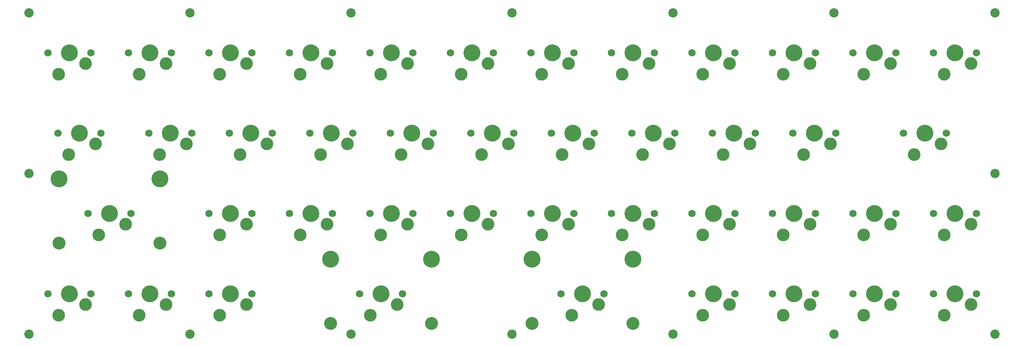
<source format=gbr>
%TF.GenerationSoftware,KiCad,Pcbnew,(5.1.10)-1*%
%TF.CreationDate,2021-09-28T22:37:18-06:00*%
%TF.ProjectId,MX43,4d583433-2e6b-4696-9361-645f70636258,rev?*%
%TF.SameCoordinates,Original*%
%TF.FileFunction,Soldermask,Top*%
%TF.FilePolarity,Negative*%
%FSLAX46Y46*%
G04 Gerber Fmt 4.6, Leading zero omitted, Abs format (unit mm)*
G04 Created by KiCad (PCBNEW (5.1.10)-1) date 2021-09-28 22:37:18*
%MOMM*%
%LPD*%
G01*
G04 APERTURE LIST*
%ADD10C,3.050000*%
%ADD11C,4.000000*%
%ADD12C,3.000000*%
%ADD13C,1.750000*%
%ADD14C,2.200000*%
G04 APERTURE END LIST*
D10*
%TO.C,U39*%
X170434000Y-123840000D03*
D11*
X170434000Y-108600000D03*
X194310000Y-108600000D03*
D10*
X194310000Y-123840000D03*
D12*
X179832000Y-121920000D03*
X186182000Y-119380000D03*
D13*
X177292000Y-116840000D03*
X187452000Y-116840000D03*
D11*
X182372000Y-116840000D03*
%TD*%
D10*
%TO.C,U38*%
X122809000Y-123840000D03*
D11*
X122809000Y-108600000D03*
X146685000Y-108600000D03*
D10*
X146685000Y-123840000D03*
D12*
X132207000Y-121920000D03*
X138557000Y-119380000D03*
D13*
X129667000Y-116840000D03*
X139827000Y-116840000D03*
D11*
X134747000Y-116840000D03*
%TD*%
D10*
%TO.C,U24*%
X58547000Y-104790000D03*
D11*
X58547000Y-89550000D03*
X82423000Y-89550000D03*
D10*
X82423000Y-104790000D03*
D12*
X67945000Y-102870000D03*
X74295000Y-100330000D03*
D13*
X65405000Y-97790000D03*
X75565000Y-97790000D03*
D11*
X70485000Y-97790000D03*
%TD*%
D12*
%TO.C,U18*%
X158496000Y-83820000D03*
X164846000Y-81280000D03*
D13*
X155956000Y-78740000D03*
X166116000Y-78740000D03*
D11*
X161036000Y-78740000D03*
%TD*%
D12*
%TO.C,U13*%
X60833000Y-83820000D03*
X67183000Y-81280000D03*
D13*
X58293000Y-78740000D03*
X68453000Y-78740000D03*
D11*
X63373000Y-78740000D03*
%TD*%
D12*
%TO.C,U20*%
X196596000Y-83820000D03*
X202946000Y-81280000D03*
D13*
X194056000Y-78740000D03*
X204216000Y-78740000D03*
D11*
X199136000Y-78740000D03*
%TD*%
D12*
%TO.C,U21*%
X215646000Y-83820000D03*
X221996000Y-81280000D03*
D13*
X213106000Y-78740000D03*
X223266000Y-78740000D03*
D11*
X218186000Y-78740000D03*
%TD*%
D12*
%TO.C,U34*%
X267970000Y-102870000D03*
X274320000Y-100330000D03*
D13*
X265430000Y-97790000D03*
X275590000Y-97790000D03*
D11*
X270510000Y-97790000D03*
%TD*%
D12*
%TO.C,U43*%
X267970000Y-121920000D03*
X274320000Y-119380000D03*
D13*
X265430000Y-116840000D03*
X275590000Y-116840000D03*
D11*
X270510000Y-116840000D03*
%TD*%
D12*
%TO.C,U40*%
X210820000Y-121920000D03*
X217170000Y-119380000D03*
D13*
X208280000Y-116840000D03*
X218440000Y-116840000D03*
D11*
X213360000Y-116840000D03*
%TD*%
D12*
%TO.C,U35*%
X58420000Y-121920000D03*
X64770000Y-119380000D03*
D13*
X55880000Y-116840000D03*
X66040000Y-116840000D03*
D11*
X60960000Y-116840000D03*
%TD*%
D12*
%TO.C,U42*%
X248920000Y-121920000D03*
X255270000Y-119380000D03*
D13*
X246380000Y-116840000D03*
X256540000Y-116840000D03*
D11*
X251460000Y-116840000D03*
%TD*%
D12*
%TO.C,U23*%
X260858000Y-83820000D03*
X267208000Y-81280000D03*
D13*
X258318000Y-78740000D03*
X268478000Y-78740000D03*
D11*
X263398000Y-78740000D03*
%TD*%
D14*
%TO.C,H16*%
X280035000Y-88265000D03*
%TD*%
%TO.C,H15*%
X241935000Y-126365000D03*
%TD*%
%TO.C,H14*%
X165735000Y-126365000D03*
%TD*%
%TO.C,H13*%
X89535000Y-126365000D03*
%TD*%
%TO.C,H12*%
X241935000Y-50165000D03*
%TD*%
%TO.C,H11*%
X165735000Y-50165000D03*
%TD*%
%TO.C,H10*%
X89535000Y-50165000D03*
%TD*%
%TO.C,H9*%
X51435000Y-88265000D03*
%TD*%
D12*
%TO.C,U41*%
X229870000Y-121920000D03*
X236220000Y-119380000D03*
D13*
X227330000Y-116840000D03*
X237490000Y-116840000D03*
D11*
X232410000Y-116840000D03*
%TD*%
D12*
%TO.C,U37*%
X96520000Y-121920000D03*
X102870000Y-119380000D03*
D13*
X93980000Y-116840000D03*
X104140000Y-116840000D03*
D11*
X99060000Y-116840000D03*
%TD*%
D12*
%TO.C,U36*%
X77470000Y-121920000D03*
X83820000Y-119380000D03*
D13*
X74930000Y-116840000D03*
X85090000Y-116840000D03*
D11*
X80010000Y-116840000D03*
%TD*%
D12*
%TO.C,U33*%
X248920000Y-102870000D03*
X255270000Y-100330000D03*
D13*
X246380000Y-97790000D03*
X256540000Y-97790000D03*
D11*
X251460000Y-97790000D03*
%TD*%
D12*
%TO.C,U32*%
X229870000Y-102870000D03*
X236220000Y-100330000D03*
D13*
X227330000Y-97790000D03*
X237490000Y-97790000D03*
D11*
X232410000Y-97790000D03*
%TD*%
D12*
%TO.C,U31*%
X210820000Y-102870000D03*
X217170000Y-100330000D03*
D13*
X208280000Y-97790000D03*
X218440000Y-97790000D03*
D11*
X213360000Y-97790000D03*
%TD*%
D12*
%TO.C,U30*%
X191770000Y-102870000D03*
X198120000Y-100330000D03*
D13*
X189230000Y-97790000D03*
X199390000Y-97790000D03*
D11*
X194310000Y-97790000D03*
%TD*%
D12*
%TO.C,U29*%
X172720000Y-102870000D03*
X179070000Y-100330000D03*
D13*
X170180000Y-97790000D03*
X180340000Y-97790000D03*
D11*
X175260000Y-97790000D03*
%TD*%
D12*
%TO.C,U28*%
X153670000Y-102870000D03*
X160020000Y-100330000D03*
D13*
X151130000Y-97790000D03*
X161290000Y-97790000D03*
D11*
X156210000Y-97790000D03*
%TD*%
D12*
%TO.C,U27*%
X134620000Y-102870000D03*
X140970000Y-100330000D03*
D13*
X132080000Y-97790000D03*
X142240000Y-97790000D03*
D11*
X137160000Y-97790000D03*
%TD*%
D12*
%TO.C,U26*%
X115570000Y-102870000D03*
X121920000Y-100330000D03*
D13*
X113030000Y-97790000D03*
X123190000Y-97790000D03*
D11*
X118110000Y-97790000D03*
%TD*%
D12*
%TO.C,U25*%
X96520000Y-102870000D03*
X102870000Y-100330000D03*
D13*
X93980000Y-97790000D03*
X104140000Y-97790000D03*
D11*
X99060000Y-97790000D03*
%TD*%
D12*
%TO.C,U22*%
X234696000Y-83820000D03*
X241046000Y-81280000D03*
D13*
X232156000Y-78740000D03*
X242316000Y-78740000D03*
D11*
X237236000Y-78740000D03*
%TD*%
D12*
%TO.C,U19*%
X177546000Y-83820000D03*
X183896000Y-81280000D03*
D13*
X175006000Y-78740000D03*
X185166000Y-78740000D03*
D11*
X180086000Y-78740000D03*
%TD*%
D12*
%TO.C,U17*%
X139446000Y-83820000D03*
X145796000Y-81280000D03*
D13*
X136906000Y-78740000D03*
X147066000Y-78740000D03*
D11*
X141986000Y-78740000D03*
%TD*%
D12*
%TO.C,U16*%
X120396000Y-83820000D03*
X126746000Y-81280000D03*
D13*
X117856000Y-78740000D03*
X128016000Y-78740000D03*
D11*
X122936000Y-78740000D03*
%TD*%
D12*
%TO.C,U15*%
X101346000Y-83820000D03*
X107696000Y-81280000D03*
D13*
X98806000Y-78740000D03*
X108966000Y-78740000D03*
D11*
X103886000Y-78740000D03*
%TD*%
D12*
%TO.C,U14*%
X82296000Y-83820000D03*
X88646000Y-81280000D03*
D13*
X79756000Y-78740000D03*
X89916000Y-78740000D03*
D11*
X84836000Y-78740000D03*
%TD*%
D12*
%TO.C,U12*%
X267970000Y-64770000D03*
X274320000Y-62230000D03*
D13*
X265430000Y-59690000D03*
X275590000Y-59690000D03*
D11*
X270510000Y-59690000D03*
%TD*%
D12*
%TO.C,U11*%
X248920000Y-64770000D03*
X255270000Y-62230000D03*
D13*
X246380000Y-59690000D03*
X256540000Y-59690000D03*
D11*
X251460000Y-59690000D03*
%TD*%
D12*
%TO.C,U10*%
X229870000Y-64770000D03*
X236220000Y-62230000D03*
D13*
X227330000Y-59690000D03*
X237490000Y-59690000D03*
D11*
X232410000Y-59690000D03*
%TD*%
D12*
%TO.C,U9*%
X210820000Y-64770000D03*
X217170000Y-62230000D03*
D13*
X208280000Y-59690000D03*
X218440000Y-59690000D03*
D11*
X213360000Y-59690000D03*
%TD*%
D12*
%TO.C,U8*%
X191770000Y-64770000D03*
X198120000Y-62230000D03*
D13*
X189230000Y-59690000D03*
X199390000Y-59690000D03*
D11*
X194310000Y-59690000D03*
%TD*%
D12*
%TO.C,U7*%
X172720000Y-64770000D03*
X179070000Y-62230000D03*
D13*
X170180000Y-59690000D03*
X180340000Y-59690000D03*
D11*
X175260000Y-59690000D03*
%TD*%
D12*
%TO.C,U6*%
X153670000Y-64770000D03*
X160020000Y-62230000D03*
D13*
X151130000Y-59690000D03*
X161290000Y-59690000D03*
D11*
X156210000Y-59690000D03*
%TD*%
D12*
%TO.C,U5*%
X134620000Y-64770000D03*
X140970000Y-62230000D03*
D13*
X132080000Y-59690000D03*
X142240000Y-59690000D03*
D11*
X137160000Y-59690000D03*
%TD*%
D12*
%TO.C,U4*%
X115570000Y-64770000D03*
X121920000Y-62230000D03*
D13*
X113030000Y-59690000D03*
X123190000Y-59690000D03*
D11*
X118110000Y-59690000D03*
%TD*%
D12*
%TO.C,U3*%
X96520000Y-64770000D03*
X102870000Y-62230000D03*
D13*
X93980000Y-59690000D03*
X104140000Y-59690000D03*
D11*
X99060000Y-59690000D03*
%TD*%
D12*
%TO.C,U2*%
X77470000Y-64770000D03*
X83820000Y-62230000D03*
D13*
X74930000Y-59690000D03*
X85090000Y-59690000D03*
D11*
X80010000Y-59690000D03*
%TD*%
D12*
%TO.C,U1*%
X58420000Y-64770000D03*
X64770000Y-62230000D03*
D13*
X55880000Y-59690000D03*
X66040000Y-59690000D03*
D11*
X60960000Y-59690000D03*
%TD*%
D14*
%TO.C,H8*%
X280035000Y-126365000D03*
%TD*%
%TO.C,H4*%
X203835000Y-126365000D03*
%TD*%
%TO.C,H7*%
X127635000Y-126365000D03*
%TD*%
%TO.C,H3*%
X51435000Y-126365000D03*
%TD*%
%TO.C,H6*%
X280035000Y-50165000D03*
%TD*%
%TO.C,H2*%
X203835000Y-50165000D03*
%TD*%
%TO.C,H5*%
X127635000Y-50165000D03*
%TD*%
%TO.C,H1*%
X51435000Y-50165000D03*
%TD*%
M02*

</source>
